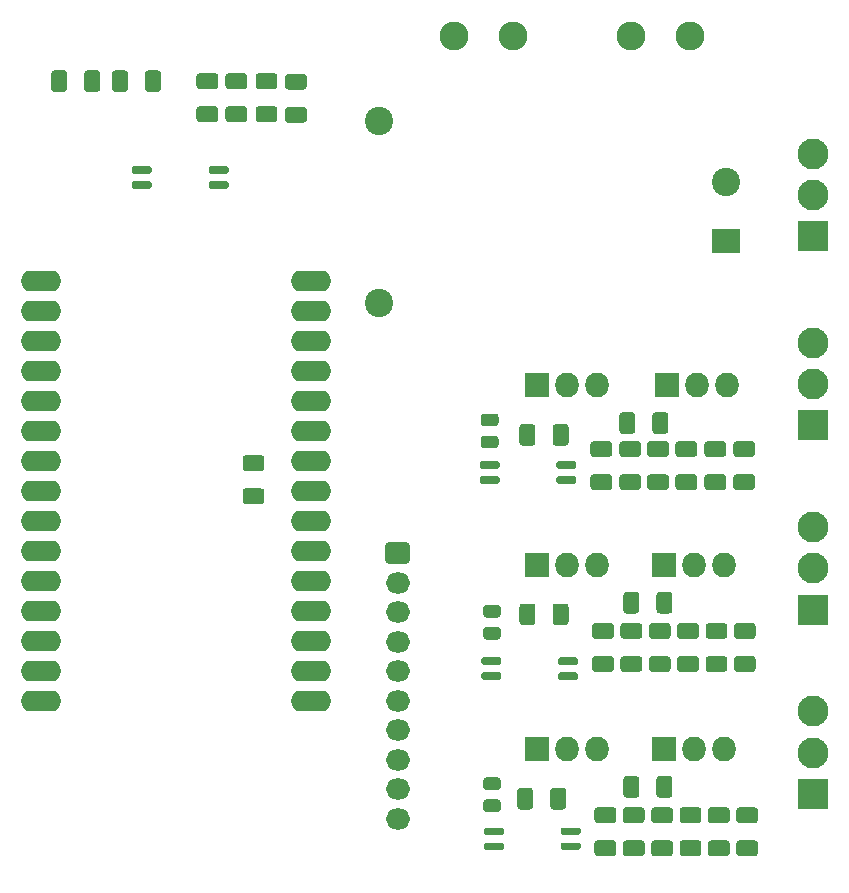
<source format=gbr>
%TF.GenerationSoftware,KiCad,Pcbnew,(5.1.6)-1*%
%TF.CreationDate,2021-01-11T17:56:58+06:00*%
%TF.ProjectId,nodemcu01,6e6f6465-6d63-4753-9031-2e6b69636164,rev?*%
%TF.SameCoordinates,Original*%
%TF.FileFunction,Soldermask,Top*%
%TF.FilePolarity,Negative*%
%FSLAX46Y46*%
G04 Gerber Fmt 4.6, Leading zero omitted, Abs format (unit mm)*
G04 Created by KiCad (PCBNEW (5.1.6)-1) date 2021-01-11 17:56:58*
%MOMM*%
%LPD*%
G01*
G04 APERTURE LIST*
%ADD10O,2.050000X1.800000*%
%ADD11C,2.450000*%
%ADD12C,2.400000*%
%ADD13R,2.400000X2.100000*%
%ADD14O,2.005000X2.100000*%
%ADD15R,2.005000X2.100000*%
%ADD16C,2.616200*%
%ADD17R,2.616200X2.616200*%
%ADD18O,3.452800X1.776400*%
G04 APERTURE END LIST*
D10*
%TO.C,J5*%
X139800000Y-145500000D03*
X139800000Y-143000000D03*
X139800000Y-140500000D03*
X139800000Y-138000000D03*
X139800000Y-135500000D03*
X139800000Y-133000000D03*
X139800000Y-130500000D03*
X139800000Y-128000000D03*
X139800000Y-125500000D03*
G36*
G01*
X139039706Y-122100000D02*
X140560294Y-122100000D01*
G75*
G02*
X140825000Y-122364706I0J-264706D01*
G01*
X140825000Y-123635294D01*
G75*
G02*
X140560294Y-123900000I-264706J0D01*
G01*
X139039706Y-123900000D01*
G75*
G02*
X138775000Y-123635294I0J264706D01*
G01*
X138775000Y-122364706D01*
G75*
G02*
X139039706Y-122100000I264706J0D01*
G01*
G37*
%TD*%
%TO.C,U3*%
G36*
G01*
X119000000Y-91672500D02*
X119000000Y-91997500D01*
G75*
G02*
X118837500Y-92160000I-162500J0D01*
G01*
X117462500Y-92160000D01*
G75*
G02*
X117300000Y-91997500I0J162500D01*
G01*
X117300000Y-91672500D01*
G75*
G02*
X117462500Y-91510000I162500J0D01*
G01*
X118837500Y-91510000D01*
G75*
G02*
X119000000Y-91672500I0J-162500D01*
G01*
G37*
G36*
G01*
X119000000Y-90402500D02*
X119000000Y-90727500D01*
G75*
G02*
X118837500Y-90890000I-162500J0D01*
G01*
X117462500Y-90890000D01*
G75*
G02*
X117300000Y-90727500I0J162500D01*
G01*
X117300000Y-90402500D01*
G75*
G02*
X117462500Y-90240000I162500J0D01*
G01*
X118837500Y-90240000D01*
G75*
G02*
X119000000Y-90402500I0J-162500D01*
G01*
G37*
G36*
G01*
X125500000Y-90402500D02*
X125500000Y-90727500D01*
G75*
G02*
X125337500Y-90890000I-162500J0D01*
G01*
X123962500Y-90890000D01*
G75*
G02*
X123800000Y-90727500I0J162500D01*
G01*
X123800000Y-90402500D01*
G75*
G02*
X123962500Y-90240000I162500J0D01*
G01*
X125337500Y-90240000D01*
G75*
G02*
X125500000Y-90402500I0J-162500D01*
G01*
G37*
G36*
G01*
X125500000Y-91672500D02*
X125500000Y-91997500D01*
G75*
G02*
X125337500Y-92160000I-162500J0D01*
G01*
X123962500Y-92160000D01*
G75*
G02*
X123800000Y-91997500I0J162500D01*
G01*
X123800000Y-91672500D01*
G75*
G02*
X123962500Y-91510000I162500J0D01*
G01*
X125337500Y-91510000D01*
G75*
G02*
X125500000Y-91672500I0J-162500D01*
G01*
G37*
%TD*%
%TO.C,U2*%
G36*
G01*
X153600000Y-146727500D02*
X153600000Y-146402500D01*
G75*
G02*
X153762500Y-146240000I162500J0D01*
G01*
X155137500Y-146240000D01*
G75*
G02*
X155300000Y-146402500I0J-162500D01*
G01*
X155300000Y-146727500D01*
G75*
G02*
X155137500Y-146890000I-162500J0D01*
G01*
X153762500Y-146890000D01*
G75*
G02*
X153600000Y-146727500I0J162500D01*
G01*
G37*
G36*
G01*
X153600000Y-147997500D02*
X153600000Y-147672500D01*
G75*
G02*
X153762500Y-147510000I162500J0D01*
G01*
X155137500Y-147510000D01*
G75*
G02*
X155300000Y-147672500I0J-162500D01*
G01*
X155300000Y-147997500D01*
G75*
G02*
X155137500Y-148160000I-162500J0D01*
G01*
X153762500Y-148160000D01*
G75*
G02*
X153600000Y-147997500I0J162500D01*
G01*
G37*
G36*
G01*
X147100000Y-147997500D02*
X147100000Y-147672500D01*
G75*
G02*
X147262500Y-147510000I162500J0D01*
G01*
X148637500Y-147510000D01*
G75*
G02*
X148800000Y-147672500I0J-162500D01*
G01*
X148800000Y-147997500D01*
G75*
G02*
X148637500Y-148160000I-162500J0D01*
G01*
X147262500Y-148160000D01*
G75*
G02*
X147100000Y-147997500I0J162500D01*
G01*
G37*
G36*
G01*
X147100000Y-146727500D02*
X147100000Y-146402500D01*
G75*
G02*
X147262500Y-146240000I162500J0D01*
G01*
X148637500Y-146240000D01*
G75*
G02*
X148800000Y-146402500I0J-162500D01*
G01*
X148800000Y-146727500D01*
G75*
G02*
X148637500Y-146890000I-162500J0D01*
G01*
X147262500Y-146890000D01*
G75*
G02*
X147100000Y-146727500I0J162500D01*
G01*
G37*
%TD*%
%TO.C,U1*%
G36*
G01*
X153400000Y-132327500D02*
X153400000Y-132002500D01*
G75*
G02*
X153562500Y-131840000I162500J0D01*
G01*
X154937500Y-131840000D01*
G75*
G02*
X155100000Y-132002500I0J-162500D01*
G01*
X155100000Y-132327500D01*
G75*
G02*
X154937500Y-132490000I-162500J0D01*
G01*
X153562500Y-132490000D01*
G75*
G02*
X153400000Y-132327500I0J162500D01*
G01*
G37*
G36*
G01*
X153400000Y-133597500D02*
X153400000Y-133272500D01*
G75*
G02*
X153562500Y-133110000I162500J0D01*
G01*
X154937500Y-133110000D01*
G75*
G02*
X155100000Y-133272500I0J-162500D01*
G01*
X155100000Y-133597500D01*
G75*
G02*
X154937500Y-133760000I-162500J0D01*
G01*
X153562500Y-133760000D01*
G75*
G02*
X153400000Y-133597500I0J162500D01*
G01*
G37*
G36*
G01*
X146900000Y-133597500D02*
X146900000Y-133272500D01*
G75*
G02*
X147062500Y-133110000I162500J0D01*
G01*
X148437500Y-133110000D01*
G75*
G02*
X148600000Y-133272500I0J-162500D01*
G01*
X148600000Y-133597500D01*
G75*
G02*
X148437500Y-133760000I-162500J0D01*
G01*
X147062500Y-133760000D01*
G75*
G02*
X146900000Y-133597500I0J162500D01*
G01*
G37*
G36*
G01*
X146900000Y-132327500D02*
X146900000Y-132002500D01*
G75*
G02*
X147062500Y-131840000I162500J0D01*
G01*
X148437500Y-131840000D01*
G75*
G02*
X148600000Y-132002500I0J-162500D01*
G01*
X148600000Y-132327500D01*
G75*
G02*
X148437500Y-132490000I-162500J0D01*
G01*
X147062500Y-132490000D01*
G75*
G02*
X146900000Y-132327500I0J162500D01*
G01*
G37*
%TD*%
%TO.C,U5*%
G36*
G01*
X153250000Y-115692500D02*
X153250000Y-115367500D01*
G75*
G02*
X153412500Y-115205000I162500J0D01*
G01*
X154787500Y-115205000D01*
G75*
G02*
X154950000Y-115367500I0J-162500D01*
G01*
X154950000Y-115692500D01*
G75*
G02*
X154787500Y-115855000I-162500J0D01*
G01*
X153412500Y-115855000D01*
G75*
G02*
X153250000Y-115692500I0J162500D01*
G01*
G37*
G36*
G01*
X153250000Y-116962500D02*
X153250000Y-116637500D01*
G75*
G02*
X153412500Y-116475000I162500J0D01*
G01*
X154787500Y-116475000D01*
G75*
G02*
X154950000Y-116637500I0J-162500D01*
G01*
X154950000Y-116962500D01*
G75*
G02*
X154787500Y-117125000I-162500J0D01*
G01*
X153412500Y-117125000D01*
G75*
G02*
X153250000Y-116962500I0J162500D01*
G01*
G37*
G36*
G01*
X146750000Y-116962500D02*
X146750000Y-116637500D01*
G75*
G02*
X146912500Y-116475000I162500J0D01*
G01*
X148287500Y-116475000D01*
G75*
G02*
X148450000Y-116637500I0J-162500D01*
G01*
X148450000Y-116962500D01*
G75*
G02*
X148287500Y-117125000I-162500J0D01*
G01*
X146912500Y-117125000D01*
G75*
G02*
X146750000Y-116962500I0J162500D01*
G01*
G37*
G36*
G01*
X146750000Y-115692500D02*
X146750000Y-115367500D01*
G75*
G02*
X146912500Y-115205000I162500J0D01*
G01*
X148287500Y-115205000D01*
G75*
G02*
X148450000Y-115367500I0J-162500D01*
G01*
X148450000Y-115692500D01*
G75*
G02*
X148287500Y-115855000I-162500J0D01*
G01*
X146912500Y-115855000D01*
G75*
G02*
X146750000Y-115692500I0J162500D01*
G01*
G37*
%TD*%
%TO.C,R3*%
G36*
G01*
X148281250Y-143062500D02*
X147318750Y-143062500D01*
G75*
G02*
X147050000Y-142793750I0J268750D01*
G01*
X147050000Y-142256250D01*
G75*
G02*
X147318750Y-141987500I268750J0D01*
G01*
X148281250Y-141987500D01*
G75*
G02*
X148550000Y-142256250I0J-268750D01*
G01*
X148550000Y-142793750D01*
G75*
G02*
X148281250Y-143062500I-268750J0D01*
G01*
G37*
G36*
G01*
X148281250Y-144937500D02*
X147318750Y-144937500D01*
G75*
G02*
X147050000Y-144668750I0J268750D01*
G01*
X147050000Y-144131250D01*
G75*
G02*
X147318750Y-143862500I268750J0D01*
G01*
X148281250Y-143862500D01*
G75*
G02*
X148550000Y-144131250I0J-268750D01*
G01*
X148550000Y-144668750D01*
G75*
G02*
X148281250Y-144937500I-268750J0D01*
G01*
G37*
%TD*%
%TO.C,R2*%
G36*
G01*
X148281250Y-128462500D02*
X147318750Y-128462500D01*
G75*
G02*
X147050000Y-128193750I0J268750D01*
G01*
X147050000Y-127656250D01*
G75*
G02*
X147318750Y-127387500I268750J0D01*
G01*
X148281250Y-127387500D01*
G75*
G02*
X148550000Y-127656250I0J-268750D01*
G01*
X148550000Y-128193750D01*
G75*
G02*
X148281250Y-128462500I-268750J0D01*
G01*
G37*
G36*
G01*
X148281250Y-130337500D02*
X147318750Y-130337500D01*
G75*
G02*
X147050000Y-130068750I0J268750D01*
G01*
X147050000Y-129531250D01*
G75*
G02*
X147318750Y-129262500I268750J0D01*
G01*
X148281250Y-129262500D01*
G75*
G02*
X148550000Y-129531250I0J-268750D01*
G01*
X148550000Y-130068750D01*
G75*
G02*
X148281250Y-130337500I-268750J0D01*
G01*
G37*
%TD*%
%TO.C,R1*%
G36*
G01*
X148081250Y-112262500D02*
X147118750Y-112262500D01*
G75*
G02*
X146850000Y-111993750I0J268750D01*
G01*
X146850000Y-111456250D01*
G75*
G02*
X147118750Y-111187500I268750J0D01*
G01*
X148081250Y-111187500D01*
G75*
G02*
X148350000Y-111456250I0J-268750D01*
G01*
X148350000Y-111993750D01*
G75*
G02*
X148081250Y-112262500I-268750J0D01*
G01*
G37*
G36*
G01*
X148081250Y-114137500D02*
X147118750Y-114137500D01*
G75*
G02*
X146850000Y-113868750I0J268750D01*
G01*
X146850000Y-113331250D01*
G75*
G02*
X147118750Y-113062500I268750J0D01*
G01*
X148081250Y-113062500D01*
G75*
G02*
X148350000Y-113331250I0J-268750D01*
G01*
X148350000Y-113868750D01*
G75*
G02*
X148081250Y-114137500I-268750J0D01*
G01*
G37*
%TD*%
D11*
%TO.C,F1*%
X164600000Y-79200000D03*
X159600000Y-79200000D03*
X144600000Y-79200000D03*
X149600000Y-79200000D03*
%TD*%
%TO.C,R18*%
G36*
G01*
X128255000Y-116075000D02*
X126945000Y-116075000D01*
G75*
G02*
X126675000Y-115805000I0J270000D01*
G01*
X126675000Y-114995000D01*
G75*
G02*
X126945000Y-114725000I270000J0D01*
G01*
X128255000Y-114725000D01*
G75*
G02*
X128525000Y-114995000I0J-270000D01*
G01*
X128525000Y-115805000D01*
G75*
G02*
X128255000Y-116075000I-270000J0D01*
G01*
G37*
G36*
G01*
X128255000Y-118875000D02*
X126945000Y-118875000D01*
G75*
G02*
X126675000Y-118605000I0J270000D01*
G01*
X126675000Y-117795000D01*
G75*
G02*
X126945000Y-117525000I270000J0D01*
G01*
X128255000Y-117525000D01*
G75*
G02*
X128525000Y-117795000I0J-270000D01*
G01*
X128525000Y-118605000D01*
G75*
G02*
X128255000Y-118875000I-270000J0D01*
G01*
G37*
%TD*%
D12*
%TO.C,PS1*%
X138200000Y-86400000D03*
X167600000Y-91600000D03*
D13*
X167600000Y-96600000D03*
D12*
X138200000Y-101800000D03*
%TD*%
%TO.C,R17*%
G36*
G01*
X168745000Y-147325000D02*
X170055000Y-147325000D01*
G75*
G02*
X170325000Y-147595000I0J-270000D01*
G01*
X170325000Y-148405000D01*
G75*
G02*
X170055000Y-148675000I-270000J0D01*
G01*
X168745000Y-148675000D01*
G75*
G02*
X168475000Y-148405000I0J270000D01*
G01*
X168475000Y-147595000D01*
G75*
G02*
X168745000Y-147325000I270000J0D01*
G01*
G37*
G36*
G01*
X168745000Y-144525000D02*
X170055000Y-144525000D01*
G75*
G02*
X170325000Y-144795000I0J-270000D01*
G01*
X170325000Y-145605000D01*
G75*
G02*
X170055000Y-145875000I-270000J0D01*
G01*
X168745000Y-145875000D01*
G75*
G02*
X168475000Y-145605000I0J270000D01*
G01*
X168475000Y-144795000D01*
G75*
G02*
X168745000Y-144525000I270000J0D01*
G01*
G37*
%TD*%
%TO.C,R16*%
G36*
G01*
X166345000Y-147325000D02*
X167655000Y-147325000D01*
G75*
G02*
X167925000Y-147595000I0J-270000D01*
G01*
X167925000Y-148405000D01*
G75*
G02*
X167655000Y-148675000I-270000J0D01*
G01*
X166345000Y-148675000D01*
G75*
G02*
X166075000Y-148405000I0J270000D01*
G01*
X166075000Y-147595000D01*
G75*
G02*
X166345000Y-147325000I270000J0D01*
G01*
G37*
G36*
G01*
X166345000Y-144525000D02*
X167655000Y-144525000D01*
G75*
G02*
X167925000Y-144795000I0J-270000D01*
G01*
X167925000Y-145605000D01*
G75*
G02*
X167655000Y-145875000I-270000J0D01*
G01*
X166345000Y-145875000D01*
G75*
G02*
X166075000Y-145605000I0J270000D01*
G01*
X166075000Y-144795000D01*
G75*
G02*
X166345000Y-144525000I270000J0D01*
G01*
G37*
%TD*%
%TO.C,R15*%
G36*
G01*
X161725000Y-143455000D02*
X161725000Y-142145000D01*
G75*
G02*
X161995000Y-141875000I270000J0D01*
G01*
X162805000Y-141875000D01*
G75*
G02*
X163075000Y-142145000I0J-270000D01*
G01*
X163075000Y-143455000D01*
G75*
G02*
X162805000Y-143725000I-270000J0D01*
G01*
X161995000Y-143725000D01*
G75*
G02*
X161725000Y-143455000I0J270000D01*
G01*
G37*
G36*
G01*
X158925000Y-143455000D02*
X158925000Y-142145000D01*
G75*
G02*
X159195000Y-141875000I270000J0D01*
G01*
X160005000Y-141875000D01*
G75*
G02*
X160275000Y-142145000I0J-270000D01*
G01*
X160275000Y-143455000D01*
G75*
G02*
X160005000Y-143725000I-270000J0D01*
G01*
X159195000Y-143725000D01*
G75*
G02*
X158925000Y-143455000I0J270000D01*
G01*
G37*
%TD*%
%TO.C,R14*%
G36*
G01*
X152725000Y-144455000D02*
X152725000Y-143145000D01*
G75*
G02*
X152995000Y-142875000I270000J0D01*
G01*
X153805000Y-142875000D01*
G75*
G02*
X154075000Y-143145000I0J-270000D01*
G01*
X154075000Y-144455000D01*
G75*
G02*
X153805000Y-144725000I-270000J0D01*
G01*
X152995000Y-144725000D01*
G75*
G02*
X152725000Y-144455000I0J270000D01*
G01*
G37*
G36*
G01*
X149925000Y-144455000D02*
X149925000Y-143145000D01*
G75*
G02*
X150195000Y-142875000I270000J0D01*
G01*
X151005000Y-142875000D01*
G75*
G02*
X151275000Y-143145000I0J-270000D01*
G01*
X151275000Y-144455000D01*
G75*
G02*
X151005000Y-144725000I-270000J0D01*
G01*
X150195000Y-144725000D01*
G75*
G02*
X149925000Y-144455000I0J270000D01*
G01*
G37*
%TD*%
D14*
%TO.C,Q6*%
X156680000Y-139600000D03*
X154140000Y-139600000D03*
D15*
X151600000Y-139600000D03*
%TD*%
D14*
%TO.C,Q5*%
X167480000Y-139600000D03*
X164940000Y-139600000D03*
D15*
X162400000Y-139600000D03*
%TD*%
D16*
%TO.C,J4*%
X175000000Y-136402300D03*
X175000000Y-139902420D03*
D17*
X175000000Y-143400000D03*
%TD*%
%TO.C,D10*%
G36*
G01*
X163945000Y-147325000D02*
X165255000Y-147325000D01*
G75*
G02*
X165525000Y-147595000I0J-270000D01*
G01*
X165525000Y-148405000D01*
G75*
G02*
X165255000Y-148675000I-270000J0D01*
G01*
X163945000Y-148675000D01*
G75*
G02*
X163675000Y-148405000I0J270000D01*
G01*
X163675000Y-147595000D01*
G75*
G02*
X163945000Y-147325000I270000J0D01*
G01*
G37*
G36*
G01*
X163945000Y-144525000D02*
X165255000Y-144525000D01*
G75*
G02*
X165525000Y-144795000I0J-270000D01*
G01*
X165525000Y-145605000D01*
G75*
G02*
X165255000Y-145875000I-270000J0D01*
G01*
X163945000Y-145875000D01*
G75*
G02*
X163675000Y-145605000I0J270000D01*
G01*
X163675000Y-144795000D01*
G75*
G02*
X163945000Y-144525000I270000J0D01*
G01*
G37*
%TD*%
%TO.C,D9*%
G36*
G01*
X156745000Y-147325000D02*
X158055000Y-147325000D01*
G75*
G02*
X158325000Y-147595000I0J-270000D01*
G01*
X158325000Y-148405000D01*
G75*
G02*
X158055000Y-148675000I-270000J0D01*
G01*
X156745000Y-148675000D01*
G75*
G02*
X156475000Y-148405000I0J270000D01*
G01*
X156475000Y-147595000D01*
G75*
G02*
X156745000Y-147325000I270000J0D01*
G01*
G37*
G36*
G01*
X156745000Y-144525000D02*
X158055000Y-144525000D01*
G75*
G02*
X158325000Y-144795000I0J-270000D01*
G01*
X158325000Y-145605000D01*
G75*
G02*
X158055000Y-145875000I-270000J0D01*
G01*
X156745000Y-145875000D01*
G75*
G02*
X156475000Y-145605000I0J270000D01*
G01*
X156475000Y-144795000D01*
G75*
G02*
X156745000Y-144525000I270000J0D01*
G01*
G37*
%TD*%
%TO.C,C6*%
G36*
G01*
X161545000Y-147325000D02*
X162855000Y-147325000D01*
G75*
G02*
X163125000Y-147595000I0J-270000D01*
G01*
X163125000Y-148405000D01*
G75*
G02*
X162855000Y-148675000I-270000J0D01*
G01*
X161545000Y-148675000D01*
G75*
G02*
X161275000Y-148405000I0J270000D01*
G01*
X161275000Y-147595000D01*
G75*
G02*
X161545000Y-147325000I270000J0D01*
G01*
G37*
G36*
G01*
X161545000Y-144525000D02*
X162855000Y-144525000D01*
G75*
G02*
X163125000Y-144795000I0J-270000D01*
G01*
X163125000Y-145605000D01*
G75*
G02*
X162855000Y-145875000I-270000J0D01*
G01*
X161545000Y-145875000D01*
G75*
G02*
X161275000Y-145605000I0J270000D01*
G01*
X161275000Y-144795000D01*
G75*
G02*
X161545000Y-144525000I270000J0D01*
G01*
G37*
%TD*%
%TO.C,C5*%
G36*
G01*
X159145000Y-147325000D02*
X160455000Y-147325000D01*
G75*
G02*
X160725000Y-147595000I0J-270000D01*
G01*
X160725000Y-148405000D01*
G75*
G02*
X160455000Y-148675000I-270000J0D01*
G01*
X159145000Y-148675000D01*
G75*
G02*
X158875000Y-148405000I0J270000D01*
G01*
X158875000Y-147595000D01*
G75*
G02*
X159145000Y-147325000I270000J0D01*
G01*
G37*
G36*
G01*
X159145000Y-144525000D02*
X160455000Y-144525000D01*
G75*
G02*
X160725000Y-144795000I0J-270000D01*
G01*
X160725000Y-145605000D01*
G75*
G02*
X160455000Y-145875000I-270000J0D01*
G01*
X159145000Y-145875000D01*
G75*
G02*
X158875000Y-145605000I0J270000D01*
G01*
X158875000Y-144795000D01*
G75*
G02*
X159145000Y-144525000I270000J0D01*
G01*
G37*
%TD*%
%TO.C,R13*%
G36*
G01*
X168545000Y-131725000D02*
X169855000Y-131725000D01*
G75*
G02*
X170125000Y-131995000I0J-270000D01*
G01*
X170125000Y-132805000D01*
G75*
G02*
X169855000Y-133075000I-270000J0D01*
G01*
X168545000Y-133075000D01*
G75*
G02*
X168275000Y-132805000I0J270000D01*
G01*
X168275000Y-131995000D01*
G75*
G02*
X168545000Y-131725000I270000J0D01*
G01*
G37*
G36*
G01*
X168545000Y-128925000D02*
X169855000Y-128925000D01*
G75*
G02*
X170125000Y-129195000I0J-270000D01*
G01*
X170125000Y-130005000D01*
G75*
G02*
X169855000Y-130275000I-270000J0D01*
G01*
X168545000Y-130275000D01*
G75*
G02*
X168275000Y-130005000I0J270000D01*
G01*
X168275000Y-129195000D01*
G75*
G02*
X168545000Y-128925000I270000J0D01*
G01*
G37*
%TD*%
%TO.C,R12*%
G36*
G01*
X166145000Y-131725000D02*
X167455000Y-131725000D01*
G75*
G02*
X167725000Y-131995000I0J-270000D01*
G01*
X167725000Y-132805000D01*
G75*
G02*
X167455000Y-133075000I-270000J0D01*
G01*
X166145000Y-133075000D01*
G75*
G02*
X165875000Y-132805000I0J270000D01*
G01*
X165875000Y-131995000D01*
G75*
G02*
X166145000Y-131725000I270000J0D01*
G01*
G37*
G36*
G01*
X166145000Y-128925000D02*
X167455000Y-128925000D01*
G75*
G02*
X167725000Y-129195000I0J-270000D01*
G01*
X167725000Y-130005000D01*
G75*
G02*
X167455000Y-130275000I-270000J0D01*
G01*
X166145000Y-130275000D01*
G75*
G02*
X165875000Y-130005000I0J270000D01*
G01*
X165875000Y-129195000D01*
G75*
G02*
X166145000Y-128925000I270000J0D01*
G01*
G37*
%TD*%
%TO.C,R11*%
G36*
G01*
X161725000Y-127855000D02*
X161725000Y-126545000D01*
G75*
G02*
X161995000Y-126275000I270000J0D01*
G01*
X162805000Y-126275000D01*
G75*
G02*
X163075000Y-126545000I0J-270000D01*
G01*
X163075000Y-127855000D01*
G75*
G02*
X162805000Y-128125000I-270000J0D01*
G01*
X161995000Y-128125000D01*
G75*
G02*
X161725000Y-127855000I0J270000D01*
G01*
G37*
G36*
G01*
X158925000Y-127855000D02*
X158925000Y-126545000D01*
G75*
G02*
X159195000Y-126275000I270000J0D01*
G01*
X160005000Y-126275000D01*
G75*
G02*
X160275000Y-126545000I0J-270000D01*
G01*
X160275000Y-127855000D01*
G75*
G02*
X160005000Y-128125000I-270000J0D01*
G01*
X159195000Y-128125000D01*
G75*
G02*
X158925000Y-127855000I0J270000D01*
G01*
G37*
%TD*%
%TO.C,R10*%
G36*
G01*
X152925000Y-128855000D02*
X152925000Y-127545000D01*
G75*
G02*
X153195000Y-127275000I270000J0D01*
G01*
X154005000Y-127275000D01*
G75*
G02*
X154275000Y-127545000I0J-270000D01*
G01*
X154275000Y-128855000D01*
G75*
G02*
X154005000Y-129125000I-270000J0D01*
G01*
X153195000Y-129125000D01*
G75*
G02*
X152925000Y-128855000I0J270000D01*
G01*
G37*
G36*
G01*
X150125000Y-128855000D02*
X150125000Y-127545000D01*
G75*
G02*
X150395000Y-127275000I270000J0D01*
G01*
X151205000Y-127275000D01*
G75*
G02*
X151475000Y-127545000I0J-270000D01*
G01*
X151475000Y-128855000D01*
G75*
G02*
X151205000Y-129125000I-270000J0D01*
G01*
X150395000Y-129125000D01*
G75*
G02*
X150125000Y-128855000I0J270000D01*
G01*
G37*
%TD*%
D14*
%TO.C,Q4*%
X156680000Y-124000000D03*
X154140000Y-124000000D03*
D15*
X151600000Y-124000000D03*
%TD*%
D14*
%TO.C,Q3*%
X167480000Y-124000000D03*
X164940000Y-124000000D03*
D15*
X162400000Y-124000000D03*
%TD*%
D16*
%TO.C,J3*%
X175000000Y-120802300D03*
X175000000Y-124302420D03*
D17*
X175000000Y-127800000D03*
%TD*%
%TO.C,D8*%
G36*
G01*
X163745000Y-131725000D02*
X165055000Y-131725000D01*
G75*
G02*
X165325000Y-131995000I0J-270000D01*
G01*
X165325000Y-132805000D01*
G75*
G02*
X165055000Y-133075000I-270000J0D01*
G01*
X163745000Y-133075000D01*
G75*
G02*
X163475000Y-132805000I0J270000D01*
G01*
X163475000Y-131995000D01*
G75*
G02*
X163745000Y-131725000I270000J0D01*
G01*
G37*
G36*
G01*
X163745000Y-128925000D02*
X165055000Y-128925000D01*
G75*
G02*
X165325000Y-129195000I0J-270000D01*
G01*
X165325000Y-130005000D01*
G75*
G02*
X165055000Y-130275000I-270000J0D01*
G01*
X163745000Y-130275000D01*
G75*
G02*
X163475000Y-130005000I0J270000D01*
G01*
X163475000Y-129195000D01*
G75*
G02*
X163745000Y-128925000I270000J0D01*
G01*
G37*
%TD*%
%TO.C,D7*%
G36*
G01*
X156545000Y-131725000D02*
X157855000Y-131725000D01*
G75*
G02*
X158125000Y-131995000I0J-270000D01*
G01*
X158125000Y-132805000D01*
G75*
G02*
X157855000Y-133075000I-270000J0D01*
G01*
X156545000Y-133075000D01*
G75*
G02*
X156275000Y-132805000I0J270000D01*
G01*
X156275000Y-131995000D01*
G75*
G02*
X156545000Y-131725000I270000J0D01*
G01*
G37*
G36*
G01*
X156545000Y-128925000D02*
X157855000Y-128925000D01*
G75*
G02*
X158125000Y-129195000I0J-270000D01*
G01*
X158125000Y-130005000D01*
G75*
G02*
X157855000Y-130275000I-270000J0D01*
G01*
X156545000Y-130275000D01*
G75*
G02*
X156275000Y-130005000I0J270000D01*
G01*
X156275000Y-129195000D01*
G75*
G02*
X156545000Y-128925000I270000J0D01*
G01*
G37*
%TD*%
%TO.C,C4*%
G36*
G01*
X161345000Y-131725000D02*
X162655000Y-131725000D01*
G75*
G02*
X162925000Y-131995000I0J-270000D01*
G01*
X162925000Y-132805000D01*
G75*
G02*
X162655000Y-133075000I-270000J0D01*
G01*
X161345000Y-133075000D01*
G75*
G02*
X161075000Y-132805000I0J270000D01*
G01*
X161075000Y-131995000D01*
G75*
G02*
X161345000Y-131725000I270000J0D01*
G01*
G37*
G36*
G01*
X161345000Y-128925000D02*
X162655000Y-128925000D01*
G75*
G02*
X162925000Y-129195000I0J-270000D01*
G01*
X162925000Y-130005000D01*
G75*
G02*
X162655000Y-130275000I-270000J0D01*
G01*
X161345000Y-130275000D01*
G75*
G02*
X161075000Y-130005000I0J270000D01*
G01*
X161075000Y-129195000D01*
G75*
G02*
X161345000Y-128925000I270000J0D01*
G01*
G37*
%TD*%
%TO.C,C3*%
G36*
G01*
X158945000Y-131725000D02*
X160255000Y-131725000D01*
G75*
G02*
X160525000Y-131995000I0J-270000D01*
G01*
X160525000Y-132805000D01*
G75*
G02*
X160255000Y-133075000I-270000J0D01*
G01*
X158945000Y-133075000D01*
G75*
G02*
X158675000Y-132805000I0J270000D01*
G01*
X158675000Y-131995000D01*
G75*
G02*
X158945000Y-131725000I270000J0D01*
G01*
G37*
G36*
G01*
X158945000Y-128925000D02*
X160255000Y-128925000D01*
G75*
G02*
X160525000Y-129195000I0J-270000D01*
G01*
X160525000Y-130005000D01*
G75*
G02*
X160255000Y-130275000I-270000J0D01*
G01*
X158945000Y-130275000D01*
G75*
G02*
X158675000Y-130005000I0J270000D01*
G01*
X158675000Y-129195000D01*
G75*
G02*
X158945000Y-128925000I270000J0D01*
G01*
G37*
%TD*%
%TO.C,R9*%
G36*
G01*
X111825000Y-82395000D02*
X111825000Y-83705000D01*
G75*
G02*
X111555000Y-83975000I-270000J0D01*
G01*
X110745000Y-83975000D01*
G75*
G02*
X110475000Y-83705000I0J270000D01*
G01*
X110475000Y-82395000D01*
G75*
G02*
X110745000Y-82125000I270000J0D01*
G01*
X111555000Y-82125000D01*
G75*
G02*
X111825000Y-82395000I0J-270000D01*
G01*
G37*
G36*
G01*
X114625000Y-82395000D02*
X114625000Y-83705000D01*
G75*
G02*
X114355000Y-83975000I-270000J0D01*
G01*
X113545000Y-83975000D01*
G75*
G02*
X113275000Y-83705000I0J270000D01*
G01*
X113275000Y-82395000D01*
G75*
G02*
X113545000Y-82125000I270000J0D01*
G01*
X114355000Y-82125000D01*
G75*
G02*
X114625000Y-82395000I0J-270000D01*
G01*
G37*
%TD*%
%TO.C,R8*%
G36*
G01*
X116975000Y-82395000D02*
X116975000Y-83705000D01*
G75*
G02*
X116705000Y-83975000I-270000J0D01*
G01*
X115895000Y-83975000D01*
G75*
G02*
X115625000Y-83705000I0J270000D01*
G01*
X115625000Y-82395000D01*
G75*
G02*
X115895000Y-82125000I270000J0D01*
G01*
X116705000Y-82125000D01*
G75*
G02*
X116975000Y-82395000I0J-270000D01*
G01*
G37*
G36*
G01*
X119775000Y-82395000D02*
X119775000Y-83705000D01*
G75*
G02*
X119505000Y-83975000I-270000J0D01*
G01*
X118695000Y-83975000D01*
G75*
G02*
X118425000Y-83705000I0J270000D01*
G01*
X118425000Y-82395000D01*
G75*
G02*
X118695000Y-82125000I270000J0D01*
G01*
X119505000Y-82125000D01*
G75*
G02*
X119775000Y-82395000I0J-270000D01*
G01*
G37*
%TD*%
D16*
%TO.C,J2*%
X175000000Y-89202300D03*
X175000000Y-92702420D03*
D17*
X175000000Y-96200000D03*
%TD*%
%TO.C,D6*%
G36*
G01*
X130545000Y-85225000D02*
X131855000Y-85225000D01*
G75*
G02*
X132125000Y-85495000I0J-270000D01*
G01*
X132125000Y-86305000D01*
G75*
G02*
X131855000Y-86575000I-270000J0D01*
G01*
X130545000Y-86575000D01*
G75*
G02*
X130275000Y-86305000I0J270000D01*
G01*
X130275000Y-85495000D01*
G75*
G02*
X130545000Y-85225000I270000J0D01*
G01*
G37*
G36*
G01*
X130545000Y-82425000D02*
X131855000Y-82425000D01*
G75*
G02*
X132125000Y-82695000I0J-270000D01*
G01*
X132125000Y-83505000D01*
G75*
G02*
X131855000Y-83775000I-270000J0D01*
G01*
X130545000Y-83775000D01*
G75*
G02*
X130275000Y-83505000I0J270000D01*
G01*
X130275000Y-82695000D01*
G75*
G02*
X130545000Y-82425000I270000J0D01*
G01*
G37*
%TD*%
%TO.C,D5*%
G36*
G01*
X129355000Y-83725000D02*
X128045000Y-83725000D01*
G75*
G02*
X127775000Y-83455000I0J270000D01*
G01*
X127775000Y-82645000D01*
G75*
G02*
X128045000Y-82375000I270000J0D01*
G01*
X129355000Y-82375000D01*
G75*
G02*
X129625000Y-82645000I0J-270000D01*
G01*
X129625000Y-83455000D01*
G75*
G02*
X129355000Y-83725000I-270000J0D01*
G01*
G37*
G36*
G01*
X129355000Y-86525000D02*
X128045000Y-86525000D01*
G75*
G02*
X127775000Y-86255000I0J270000D01*
G01*
X127775000Y-85445000D01*
G75*
G02*
X128045000Y-85175000I270000J0D01*
G01*
X129355000Y-85175000D01*
G75*
G02*
X129625000Y-85445000I0J-270000D01*
G01*
X129625000Y-86255000D01*
G75*
G02*
X129355000Y-86525000I-270000J0D01*
G01*
G37*
%TD*%
%TO.C,D4*%
G36*
G01*
X126805000Y-83725000D02*
X125495000Y-83725000D01*
G75*
G02*
X125225000Y-83455000I0J270000D01*
G01*
X125225000Y-82645000D01*
G75*
G02*
X125495000Y-82375000I270000J0D01*
G01*
X126805000Y-82375000D01*
G75*
G02*
X127075000Y-82645000I0J-270000D01*
G01*
X127075000Y-83455000D01*
G75*
G02*
X126805000Y-83725000I-270000J0D01*
G01*
G37*
G36*
G01*
X126805000Y-86525000D02*
X125495000Y-86525000D01*
G75*
G02*
X125225000Y-86255000I0J270000D01*
G01*
X125225000Y-85445000D01*
G75*
G02*
X125495000Y-85175000I270000J0D01*
G01*
X126805000Y-85175000D01*
G75*
G02*
X127075000Y-85445000I0J-270000D01*
G01*
X127075000Y-86255000D01*
G75*
G02*
X126805000Y-86525000I-270000J0D01*
G01*
G37*
%TD*%
%TO.C,D3*%
G36*
G01*
X123045000Y-85175000D02*
X124355000Y-85175000D01*
G75*
G02*
X124625000Y-85445000I0J-270000D01*
G01*
X124625000Y-86255000D01*
G75*
G02*
X124355000Y-86525000I-270000J0D01*
G01*
X123045000Y-86525000D01*
G75*
G02*
X122775000Y-86255000I0J270000D01*
G01*
X122775000Y-85445000D01*
G75*
G02*
X123045000Y-85175000I270000J0D01*
G01*
G37*
G36*
G01*
X123045000Y-82375000D02*
X124355000Y-82375000D01*
G75*
G02*
X124625000Y-82645000I0J-270000D01*
G01*
X124625000Y-83455000D01*
G75*
G02*
X124355000Y-83725000I-270000J0D01*
G01*
X123045000Y-83725000D01*
G75*
G02*
X122775000Y-83455000I0J270000D01*
G01*
X122775000Y-82645000D01*
G75*
G02*
X123045000Y-82375000I270000J0D01*
G01*
G37*
%TD*%
%TO.C,R7*%
G36*
G01*
X152925000Y-113655000D02*
X152925000Y-112345000D01*
G75*
G02*
X153195000Y-112075000I270000J0D01*
G01*
X154005000Y-112075000D01*
G75*
G02*
X154275000Y-112345000I0J-270000D01*
G01*
X154275000Y-113655000D01*
G75*
G02*
X154005000Y-113925000I-270000J0D01*
G01*
X153195000Y-113925000D01*
G75*
G02*
X152925000Y-113655000I0J270000D01*
G01*
G37*
G36*
G01*
X150125000Y-113655000D02*
X150125000Y-112345000D01*
G75*
G02*
X150395000Y-112075000I270000J0D01*
G01*
X151205000Y-112075000D01*
G75*
G02*
X151475000Y-112345000I0J-270000D01*
G01*
X151475000Y-113655000D01*
G75*
G02*
X151205000Y-113925000I-270000J0D01*
G01*
X150395000Y-113925000D01*
G75*
G02*
X150125000Y-113655000I0J270000D01*
G01*
G37*
%TD*%
D14*
%TO.C,Q2*%
X156680000Y-108800000D03*
X154140000Y-108800000D03*
D15*
X151600000Y-108800000D03*
%TD*%
D14*
%TO.C,Q1*%
X167680000Y-108800000D03*
X165140000Y-108800000D03*
D15*
X162600000Y-108800000D03*
%TD*%
%TO.C,D2*%
G36*
G01*
X156395000Y-116325000D02*
X157705000Y-116325000D01*
G75*
G02*
X157975000Y-116595000I0J-270000D01*
G01*
X157975000Y-117405000D01*
G75*
G02*
X157705000Y-117675000I-270000J0D01*
G01*
X156395000Y-117675000D01*
G75*
G02*
X156125000Y-117405000I0J270000D01*
G01*
X156125000Y-116595000D01*
G75*
G02*
X156395000Y-116325000I270000J0D01*
G01*
G37*
G36*
G01*
X156395000Y-113525000D02*
X157705000Y-113525000D01*
G75*
G02*
X157975000Y-113795000I0J-270000D01*
G01*
X157975000Y-114605000D01*
G75*
G02*
X157705000Y-114875000I-270000J0D01*
G01*
X156395000Y-114875000D01*
G75*
G02*
X156125000Y-114605000I0J270000D01*
G01*
X156125000Y-113795000D01*
G75*
G02*
X156395000Y-113525000I270000J0D01*
G01*
G37*
%TD*%
%TO.C,C2*%
G36*
G01*
X161195000Y-116325000D02*
X162505000Y-116325000D01*
G75*
G02*
X162775000Y-116595000I0J-270000D01*
G01*
X162775000Y-117405000D01*
G75*
G02*
X162505000Y-117675000I-270000J0D01*
G01*
X161195000Y-117675000D01*
G75*
G02*
X160925000Y-117405000I0J270000D01*
G01*
X160925000Y-116595000D01*
G75*
G02*
X161195000Y-116325000I270000J0D01*
G01*
G37*
G36*
G01*
X161195000Y-113525000D02*
X162505000Y-113525000D01*
G75*
G02*
X162775000Y-113795000I0J-270000D01*
G01*
X162775000Y-114605000D01*
G75*
G02*
X162505000Y-114875000I-270000J0D01*
G01*
X161195000Y-114875000D01*
G75*
G02*
X160925000Y-114605000I0J270000D01*
G01*
X160925000Y-113795000D01*
G75*
G02*
X161195000Y-113525000I270000J0D01*
G01*
G37*
%TD*%
%TO.C,C1*%
G36*
G01*
X158845000Y-116325000D02*
X160155000Y-116325000D01*
G75*
G02*
X160425000Y-116595000I0J-270000D01*
G01*
X160425000Y-117405000D01*
G75*
G02*
X160155000Y-117675000I-270000J0D01*
G01*
X158845000Y-117675000D01*
G75*
G02*
X158575000Y-117405000I0J270000D01*
G01*
X158575000Y-116595000D01*
G75*
G02*
X158845000Y-116325000I270000J0D01*
G01*
G37*
G36*
G01*
X158845000Y-113525000D02*
X160155000Y-113525000D01*
G75*
G02*
X160425000Y-113795000I0J-270000D01*
G01*
X160425000Y-114605000D01*
G75*
G02*
X160155000Y-114875000I-270000J0D01*
G01*
X158845000Y-114875000D01*
G75*
G02*
X158575000Y-114605000I0J270000D01*
G01*
X158575000Y-113795000D01*
G75*
G02*
X158845000Y-113525000I270000J0D01*
G01*
G37*
%TD*%
%TO.C,R6*%
G36*
G01*
X161375000Y-112655000D02*
X161375000Y-111345000D01*
G75*
G02*
X161645000Y-111075000I270000J0D01*
G01*
X162455000Y-111075000D01*
G75*
G02*
X162725000Y-111345000I0J-270000D01*
G01*
X162725000Y-112655000D01*
G75*
G02*
X162455000Y-112925000I-270000J0D01*
G01*
X161645000Y-112925000D01*
G75*
G02*
X161375000Y-112655000I0J270000D01*
G01*
G37*
G36*
G01*
X158575000Y-112655000D02*
X158575000Y-111345000D01*
G75*
G02*
X158845000Y-111075000I270000J0D01*
G01*
X159655000Y-111075000D01*
G75*
G02*
X159925000Y-111345000I0J-270000D01*
G01*
X159925000Y-112655000D01*
G75*
G02*
X159655000Y-112925000I-270000J0D01*
G01*
X158845000Y-112925000D01*
G75*
G02*
X158575000Y-112655000I0J270000D01*
G01*
G37*
%TD*%
%TO.C,R5*%
G36*
G01*
X168495000Y-116325000D02*
X169805000Y-116325000D01*
G75*
G02*
X170075000Y-116595000I0J-270000D01*
G01*
X170075000Y-117405000D01*
G75*
G02*
X169805000Y-117675000I-270000J0D01*
G01*
X168495000Y-117675000D01*
G75*
G02*
X168225000Y-117405000I0J270000D01*
G01*
X168225000Y-116595000D01*
G75*
G02*
X168495000Y-116325000I270000J0D01*
G01*
G37*
G36*
G01*
X168495000Y-113525000D02*
X169805000Y-113525000D01*
G75*
G02*
X170075000Y-113795000I0J-270000D01*
G01*
X170075000Y-114605000D01*
G75*
G02*
X169805000Y-114875000I-270000J0D01*
G01*
X168495000Y-114875000D01*
G75*
G02*
X168225000Y-114605000I0J270000D01*
G01*
X168225000Y-113795000D01*
G75*
G02*
X168495000Y-113525000I270000J0D01*
G01*
G37*
%TD*%
%TO.C,R4*%
G36*
G01*
X166045000Y-116325000D02*
X167355000Y-116325000D01*
G75*
G02*
X167625000Y-116595000I0J-270000D01*
G01*
X167625000Y-117405000D01*
G75*
G02*
X167355000Y-117675000I-270000J0D01*
G01*
X166045000Y-117675000D01*
G75*
G02*
X165775000Y-117405000I0J270000D01*
G01*
X165775000Y-116595000D01*
G75*
G02*
X166045000Y-116325000I270000J0D01*
G01*
G37*
G36*
G01*
X166045000Y-113525000D02*
X167355000Y-113525000D01*
G75*
G02*
X167625000Y-113795000I0J-270000D01*
G01*
X167625000Y-114605000D01*
G75*
G02*
X167355000Y-114875000I-270000J0D01*
G01*
X166045000Y-114875000D01*
G75*
G02*
X165775000Y-114605000I0J270000D01*
G01*
X165775000Y-113795000D01*
G75*
G02*
X166045000Y-113525000I270000J0D01*
G01*
G37*
%TD*%
%TO.C,D1*%
G36*
G01*
X163595000Y-116325000D02*
X164905000Y-116325000D01*
G75*
G02*
X165175000Y-116595000I0J-270000D01*
G01*
X165175000Y-117405000D01*
G75*
G02*
X164905000Y-117675000I-270000J0D01*
G01*
X163595000Y-117675000D01*
G75*
G02*
X163325000Y-117405000I0J270000D01*
G01*
X163325000Y-116595000D01*
G75*
G02*
X163595000Y-116325000I270000J0D01*
G01*
G37*
G36*
G01*
X163595000Y-113525000D02*
X164905000Y-113525000D01*
G75*
G02*
X165175000Y-113795000I0J-270000D01*
G01*
X165175000Y-114605000D01*
G75*
G02*
X164905000Y-114875000I-270000J0D01*
G01*
X163595000Y-114875000D01*
G75*
G02*
X163325000Y-114605000I0J270000D01*
G01*
X163325000Y-113795000D01*
G75*
G02*
X163595000Y-113525000I270000J0D01*
G01*
G37*
%TD*%
D16*
%TO.C,J1*%
X175000000Y-105202300D03*
X175000000Y-108702420D03*
D17*
X175000000Y-112200000D03*
%TD*%
D18*
%TO.C,M1*%
X132440000Y-99970000D03*
X132440000Y-102510000D03*
X132440000Y-105050000D03*
X132440000Y-107590000D03*
X132440000Y-110130000D03*
X132440000Y-112670000D03*
X132440000Y-115210000D03*
X132440000Y-117750000D03*
X132440000Y-120290000D03*
X132440000Y-122830000D03*
X132440000Y-125370000D03*
X132440000Y-127910000D03*
X132440000Y-130450000D03*
X132440000Y-132990000D03*
X132440000Y-135530000D03*
X109580000Y-135530000D03*
X109580000Y-132990000D03*
X109580000Y-130450000D03*
X109580000Y-127910000D03*
X109580000Y-125370000D03*
X109580000Y-122830000D03*
X109580000Y-120290000D03*
X109580000Y-117750000D03*
X109580000Y-115210000D03*
X109580000Y-112670000D03*
X109580000Y-110130000D03*
X109580000Y-107590000D03*
X109580000Y-105050000D03*
X109580000Y-102510000D03*
X109580000Y-99970000D03*
%TD*%
M02*

</source>
